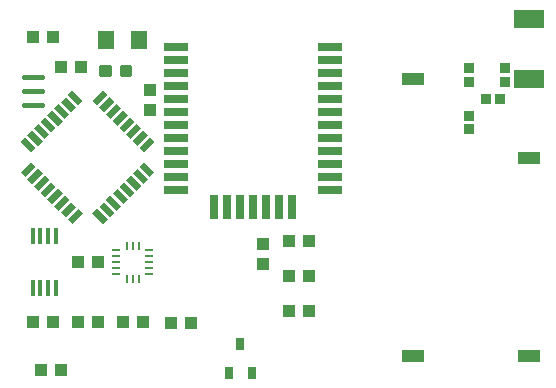
<source format=gtp>
G75*
%MOIN*%
%OFA0B0*%
%FSLAX25Y25*%
%IPPOS*%
%LPD*%
%AMOC8*
5,1,8,0,0,1.08239X$1,22.5*
%
%ADD10R,0.04331X0.03937*%
%ADD11C,0.01181*%
%ADD12R,0.03937X0.04331*%
%ADD13R,0.05000X0.02200*%
%ADD14R,0.02200X0.05000*%
%ADD15R,0.02756X0.01102*%
%ADD16R,0.01102X0.02756*%
%ADD17C,0.01772*%
%ADD18R,0.07874X0.02756*%
%ADD19R,0.02756X0.07874*%
%ADD20R,0.03543X0.03346*%
%ADD21R,0.03346X0.03543*%
%ADD22R,0.05512X0.06299*%
%ADD23R,0.03150X0.03937*%
%ADD24R,0.07677X0.03937*%
%ADD25R,0.09843X0.06299*%
%ADD26R,0.01600X0.05400*%
D10*
X0024627Y0010158D03*
X0031320Y0010158D03*
X0028406Y0026300D03*
X0021714Y0026300D03*
X0036714Y0026300D03*
X0043406Y0026300D03*
X0051714Y0026300D03*
X0058406Y0026300D03*
X0067934Y0025906D03*
X0074627Y0025906D03*
X0107304Y0029843D03*
X0113997Y0029843D03*
X0113997Y0041654D03*
X0107304Y0041654D03*
X0107304Y0053465D03*
X0113997Y0053465D03*
X0043406Y0046300D03*
X0036714Y0046300D03*
X0037895Y0111300D03*
X0031202Y0111300D03*
X0028406Y0121300D03*
X0021714Y0121300D03*
D11*
X0044678Y0111261D02*
X0044678Y0108505D01*
X0044678Y0111261D02*
X0047434Y0111261D01*
X0047434Y0108505D01*
X0044678Y0108505D01*
X0044678Y0109685D02*
X0047434Y0109685D01*
X0047434Y0110865D02*
X0044678Y0110865D01*
X0051584Y0111261D02*
X0051584Y0108505D01*
X0051584Y0111261D02*
X0054340Y0111261D01*
X0054340Y0108505D01*
X0051584Y0108505D01*
X0051584Y0109685D02*
X0054340Y0109685D01*
X0054340Y0110865D02*
X0051584Y0110865D01*
D12*
X0060690Y0103583D03*
X0060690Y0096891D03*
X0098446Y0052481D03*
X0098446Y0045788D03*
D13*
G36*
X0060794Y0074600D02*
X0057260Y0078134D01*
X0058816Y0079690D01*
X0062350Y0076156D01*
X0060794Y0074600D01*
G37*
G36*
X0058567Y0072373D02*
X0055033Y0075907D01*
X0056589Y0077463D01*
X0060123Y0073929D01*
X0058567Y0072373D01*
G37*
G36*
X0056340Y0070146D02*
X0052806Y0073680D01*
X0054362Y0075236D01*
X0057896Y0071702D01*
X0056340Y0070146D01*
G37*
G36*
X0054113Y0067918D02*
X0050579Y0071452D01*
X0052135Y0073008D01*
X0055669Y0069474D01*
X0054113Y0067918D01*
G37*
G36*
X0051886Y0065691D02*
X0048352Y0069225D01*
X0049908Y0070781D01*
X0053442Y0067247D01*
X0051886Y0065691D01*
G37*
G36*
X0049658Y0063464D02*
X0046124Y0066998D01*
X0047680Y0068554D01*
X0051214Y0065020D01*
X0049658Y0063464D01*
G37*
G36*
X0047431Y0061237D02*
X0043897Y0064771D01*
X0045453Y0066327D01*
X0048987Y0062793D01*
X0047431Y0061237D01*
G37*
G36*
X0045204Y0059010D02*
X0041670Y0062544D01*
X0043226Y0064100D01*
X0046760Y0060566D01*
X0045204Y0059010D01*
G37*
G36*
X0021304Y0082910D02*
X0017770Y0086444D01*
X0019326Y0088000D01*
X0022860Y0084466D01*
X0021304Y0082910D01*
G37*
G36*
X0023531Y0085137D02*
X0019997Y0088671D01*
X0021553Y0090227D01*
X0025087Y0086693D01*
X0023531Y0085137D01*
G37*
G36*
X0025758Y0087364D02*
X0022224Y0090898D01*
X0023780Y0092454D01*
X0027314Y0088920D01*
X0025758Y0087364D01*
G37*
G36*
X0027985Y0089592D02*
X0024451Y0093126D01*
X0026007Y0094682D01*
X0029541Y0091148D01*
X0027985Y0089592D01*
G37*
G36*
X0030212Y0091819D02*
X0026678Y0095353D01*
X0028234Y0096909D01*
X0031768Y0093375D01*
X0030212Y0091819D01*
G37*
G36*
X0032440Y0094046D02*
X0028906Y0097580D01*
X0030462Y0099136D01*
X0033996Y0095602D01*
X0032440Y0094046D01*
G37*
G36*
X0034667Y0096273D02*
X0031133Y0099807D01*
X0032689Y0101363D01*
X0036223Y0097829D01*
X0034667Y0096273D01*
G37*
G36*
X0036894Y0098500D02*
X0033360Y0102034D01*
X0034916Y0103590D01*
X0038450Y0100056D01*
X0036894Y0098500D01*
G37*
D14*
G36*
X0043226Y0098500D02*
X0041670Y0100056D01*
X0045204Y0103590D01*
X0046760Y0102034D01*
X0043226Y0098500D01*
G37*
G36*
X0045453Y0096273D02*
X0043897Y0097829D01*
X0047431Y0101363D01*
X0048987Y0099807D01*
X0045453Y0096273D01*
G37*
G36*
X0047680Y0094046D02*
X0046124Y0095602D01*
X0049658Y0099136D01*
X0051214Y0097580D01*
X0047680Y0094046D01*
G37*
G36*
X0049908Y0091819D02*
X0048352Y0093375D01*
X0051886Y0096909D01*
X0053442Y0095353D01*
X0049908Y0091819D01*
G37*
G36*
X0052135Y0089592D02*
X0050579Y0091148D01*
X0054113Y0094682D01*
X0055669Y0093126D01*
X0052135Y0089592D01*
G37*
G36*
X0054362Y0087364D02*
X0052806Y0088920D01*
X0056340Y0092454D01*
X0057896Y0090898D01*
X0054362Y0087364D01*
G37*
G36*
X0056589Y0085137D02*
X0055033Y0086693D01*
X0058567Y0090227D01*
X0060123Y0088671D01*
X0056589Y0085137D01*
G37*
G36*
X0058816Y0082910D02*
X0057260Y0084466D01*
X0060794Y0088000D01*
X0062350Y0086444D01*
X0058816Y0082910D01*
G37*
G36*
X0032689Y0061237D02*
X0031133Y0062793D01*
X0034667Y0066327D01*
X0036223Y0064771D01*
X0032689Y0061237D01*
G37*
G36*
X0034916Y0059010D02*
X0033360Y0060566D01*
X0036894Y0064100D01*
X0038450Y0062544D01*
X0034916Y0059010D01*
G37*
G36*
X0030462Y0063464D02*
X0028906Y0065020D01*
X0032440Y0068554D01*
X0033996Y0066998D01*
X0030462Y0063464D01*
G37*
G36*
X0028234Y0065691D02*
X0026678Y0067247D01*
X0030212Y0070781D01*
X0031768Y0069225D01*
X0028234Y0065691D01*
G37*
G36*
X0026007Y0067918D02*
X0024451Y0069474D01*
X0027985Y0073008D01*
X0029541Y0071452D01*
X0026007Y0067918D01*
G37*
G36*
X0023780Y0070146D02*
X0022224Y0071702D01*
X0025758Y0075236D01*
X0027314Y0073680D01*
X0023780Y0070146D01*
G37*
G36*
X0021553Y0072373D02*
X0019997Y0073929D01*
X0023531Y0077463D01*
X0025087Y0075907D01*
X0021553Y0072373D01*
G37*
G36*
X0019326Y0074600D02*
X0017770Y0076156D01*
X0021304Y0079690D01*
X0022860Y0078134D01*
X0019326Y0074600D01*
G37*
D15*
X0049548Y0050237D03*
X0049548Y0048269D03*
X0049548Y0046300D03*
X0049548Y0044331D03*
X0049548Y0042363D03*
X0060572Y0042363D03*
X0060572Y0044331D03*
X0060572Y0046300D03*
X0060572Y0048269D03*
X0060572Y0050237D03*
D16*
X0057028Y0051812D03*
X0055060Y0051812D03*
X0053091Y0051812D03*
X0053091Y0040788D03*
X0055060Y0040788D03*
X0057028Y0040788D03*
D17*
X0024696Y0098662D02*
X0018968Y0098662D01*
X0018968Y0103387D02*
X0024696Y0103387D01*
X0024696Y0108111D02*
X0018968Y0108111D01*
D18*
X0069588Y0109371D03*
X0069588Y0113702D03*
X0069588Y0118032D03*
X0069588Y0105040D03*
X0069588Y0100709D03*
X0069588Y0096379D03*
X0069588Y0092048D03*
X0069588Y0087717D03*
X0069588Y0083387D03*
X0069588Y0079056D03*
X0069588Y0074725D03*
X0069588Y0070394D03*
X0120769Y0070394D03*
X0120769Y0074725D03*
X0120769Y0079056D03*
X0120769Y0083387D03*
X0120769Y0087717D03*
X0120769Y0092048D03*
X0120769Y0096379D03*
X0120769Y0100709D03*
X0120769Y0105040D03*
X0120769Y0109371D03*
X0120769Y0113702D03*
X0120769Y0118032D03*
D19*
X0108170Y0064489D03*
X0103840Y0064489D03*
X0099509Y0064489D03*
X0095178Y0064489D03*
X0090847Y0064489D03*
X0086517Y0064489D03*
X0082186Y0064489D03*
D20*
X0167343Y0090552D03*
X0167343Y0095119D03*
X0167343Y0106300D03*
X0167343Y0110867D03*
X0179154Y0110867D03*
X0179154Y0106300D03*
D21*
X0177501Y0100709D03*
X0172934Y0100709D03*
D22*
X0057107Y0120394D03*
X0046084Y0120394D03*
D23*
X0090966Y0018820D03*
X0094706Y0009371D03*
X0087225Y0009371D03*
D24*
X0148446Y0014883D03*
X0187028Y0014883D03*
X0187028Y0081024D03*
X0148446Y0107402D03*
D25*
X0187028Y0107402D03*
X0187028Y0127481D03*
D26*
X0029450Y0054979D03*
X0026891Y0054979D03*
X0024332Y0054979D03*
X0021773Y0054979D03*
X0021773Y0037779D03*
X0024332Y0037779D03*
X0026891Y0037779D03*
X0029450Y0037779D03*
M02*

</source>
